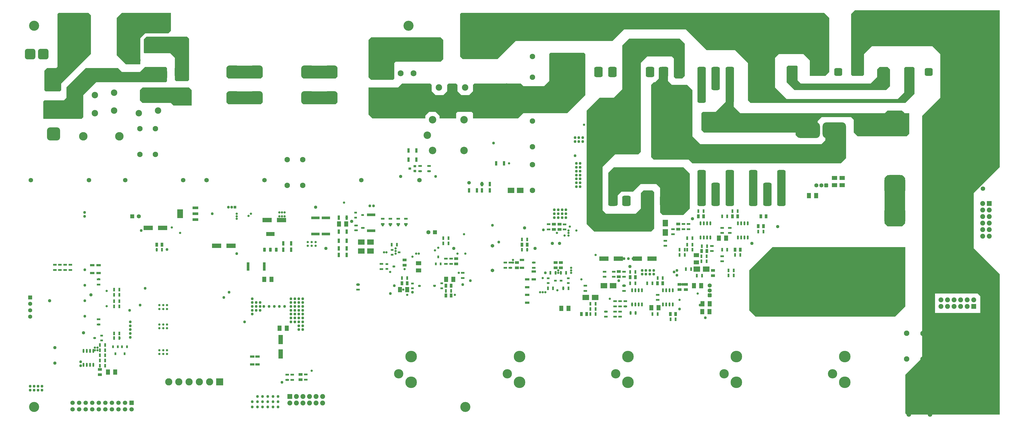
<source format=gbs>
G04*
G04 #@! TF.GenerationSoftware,Altium Limited,Altium Designer,20.2.6 (244)*
G04*
G04 Layer_Color=16711935*
%FSLAX24Y24*%
%MOIN*%
G70*
G04*
G04 #@! TF.SameCoordinates,8AECF8CF-BE68-462B-8B6A-8B8B687A0D7D*
G04*
G04*
G04 #@! TF.FilePolarity,Negative*
G04*
G01*
G75*
%ADD56C,0.0512*%
%ADD57R,0.0839X0.0639*%
%ADD58R,0.0531X0.0315*%
%ADD61R,0.0315X0.0531*%
%ADD62R,0.0639X0.0839*%
%ADD66R,0.0827X0.1004*%
%ADD67R,0.0276X0.0433*%
%ADD68R,0.0374X0.0669*%
%ADD69R,0.0669X0.0374*%
%ADD70R,0.0439X0.0639*%
%ADD72R,0.0639X0.0439*%
%ADD74R,0.0433X0.0276*%
%ADD77R,0.0394X0.0354*%
G04:AMPARAMS|DCode=83|XSize=29.5mil|YSize=51.2mil|CornerRadius=3.9mil|HoleSize=0mil|Usage=FLASHONLY|Rotation=270.000|XOffset=0mil|YOffset=0mil|HoleType=Round|Shape=RoundedRectangle|*
%AMROUNDEDRECTD83*
21,1,0.0295,0.0434,0,0,270.0*
21,1,0.0218,0.0512,0,0,270.0*
1,1,0.0078,-0.0217,-0.0109*
1,1,0.0078,-0.0217,0.0109*
1,1,0.0078,0.0217,0.0109*
1,1,0.0078,0.0217,-0.0109*
%
%ADD83ROUNDEDRECTD83*%
%ADD84O,0.0276X0.0610*%
%ADD86R,0.0669X0.1417*%
%ADD87R,0.0433X0.1299*%
%ADD88R,0.1299X0.0433*%
%ADD89R,0.0630X0.0630*%
%ADD90C,0.0630*%
%ADD91C,0.1102*%
%ADD92R,0.1102X0.1102*%
G04:AMPARAMS|DCode=93|XSize=555.1mil|YSize=129.9mil|CornerRadius=33.5mil|HoleSize=0mil|Usage=FLASHONLY|Rotation=270.000|XOffset=0mil|YOffset=0mil|HoleType=Round|Shape=RoundedRectangle|*
%AMROUNDEDRECTD93*
21,1,0.5551,0.0630,0,0,270.0*
21,1,0.4882,0.1299,0,0,270.0*
1,1,0.0669,-0.0315,-0.2441*
1,1,0.0669,-0.0315,0.2441*
1,1,0.0669,0.0315,0.2441*
1,1,0.0669,0.0315,-0.2441*
%
%ADD93ROUNDEDRECTD93*%
%ADD94C,0.1024*%
G04:AMPARAMS|DCode=95|XSize=358.3mil|YSize=129.9mil|CornerRadius=33.5mil|HoleSize=0mil|Usage=FLASHONLY|Rotation=270.000|XOffset=0mil|YOffset=0mil|HoleType=Round|Shape=RoundedRectangle|*
%AMROUNDEDRECTD95*
21,1,0.3583,0.0630,0,0,270.0*
21,1,0.2913,0.1299,0,0,270.0*
1,1,0.0669,-0.0315,-0.1457*
1,1,0.0669,-0.0315,0.1457*
1,1,0.0669,0.0315,0.1457*
1,1,0.0669,0.0315,-0.1457*
%
%ADD95ROUNDEDRECTD95*%
G04:AMPARAMS|DCode=96|XSize=358.3mil|YSize=240.2mil|CornerRadius=61mil|HoleSize=0mil|Usage=FLASHONLY|Rotation=180.000|XOffset=0mil|YOffset=0mil|HoleType=Round|Shape=RoundedRectangle|*
%AMROUNDEDRECTD96*
21,1,0.3583,0.1181,0,0,180.0*
21,1,0.2362,0.2402,0,0,180.0*
1,1,0.1220,-0.1181,0.0591*
1,1,0.1220,0.1181,0.0591*
1,1,0.1220,0.1181,-0.0591*
1,1,0.1220,-0.1181,-0.0591*
%
%ADD96ROUNDEDRECTD96*%
G04:AMPARAMS|DCode=97|XSize=63mil|YSize=63mil|CornerRadius=16.7mil|HoleSize=0mil|Usage=FLASHONLY|Rotation=180.000|XOffset=0mil|YOffset=0mil|HoleType=Round|Shape=RoundedRectangle|*
%AMROUNDEDRECTD97*
21,1,0.0630,0.0295,0,0,180.0*
21,1,0.0295,0.0630,0,0,180.0*
1,1,0.0335,-0.0148,0.0148*
1,1,0.0335,0.0148,0.0148*
1,1,0.0335,0.0148,-0.0148*
1,1,0.0335,-0.0148,-0.0148*
%
%ADD97ROUNDEDRECTD97*%
G04:AMPARAMS|DCode=98|XSize=63mil|YSize=63mil|CornerRadius=16.7mil|HoleSize=0mil|Usage=FLASHONLY|Rotation=90.000|XOffset=0mil|YOffset=0mil|HoleType=Round|Shape=RoundedRectangle|*
%AMROUNDEDRECTD98*
21,1,0.0630,0.0295,0,0,90.0*
21,1,0.0295,0.0630,0,0,90.0*
1,1,0.0335,0.0148,0.0148*
1,1,0.0335,0.0148,-0.0148*
1,1,0.0335,-0.0148,-0.0148*
1,1,0.0335,-0.0148,0.0148*
%
%ADD98ROUNDEDRECTD98*%
G04:AMPARAMS|DCode=99|XSize=358.3mil|YSize=240.2mil|CornerRadius=61mil|HoleSize=0mil|Usage=FLASHONLY|Rotation=90.000|XOffset=0mil|YOffset=0mil|HoleType=Round|Shape=RoundedRectangle|*
%AMROUNDEDRECTD99*
21,1,0.3583,0.1181,0,0,90.0*
21,1,0.2362,0.2402,0,0,90.0*
1,1,0.1220,0.0591,0.1181*
1,1,0.1220,0.0591,-0.1181*
1,1,0.1220,-0.0591,-0.1181*
1,1,0.1220,-0.0591,0.1181*
%
%ADD99ROUNDEDRECTD99*%
%ADD100C,0.1772*%
%ADD101C,0.1417*%
%ADD102C,0.1535*%
G04:AMPARAMS|DCode=103|XSize=200.8mil|YSize=200.8mil|CornerRadius=51.2mil|HoleSize=0mil|Usage=FLASHONLY|Rotation=90.000|XOffset=0mil|YOffset=0mil|HoleType=Round|Shape=RoundedRectangle|*
%AMROUNDEDRECTD103*
21,1,0.2008,0.0984,0,0,90.0*
21,1,0.0984,0.2008,0,0,90.0*
1,1,0.1024,0.0492,0.0492*
1,1,0.1024,0.0492,-0.0492*
1,1,0.1024,-0.0492,-0.0492*
1,1,0.1024,-0.0492,0.0492*
%
%ADD103ROUNDEDRECTD103*%
%ADD104C,0.0689*%
%ADD105C,0.1142*%
%ADD106R,0.0630X0.0630*%
%ADD107C,0.0827*%
%ADD108C,0.0669*%
%ADD109R,0.0669X0.0669*%
G04:AMPARAMS|DCode=110|XSize=200.8mil|YSize=200.8mil|CornerRadius=51.2mil|HoleSize=0mil|Usage=FLASHONLY|Rotation=0.000|XOffset=0mil|YOffset=0mil|HoleType=Round|Shape=RoundedRectangle|*
%AMROUNDEDRECTD110*
21,1,0.2008,0.0984,0,0,0.0*
21,1,0.0984,0.2008,0,0,0.0*
1,1,0.1024,0.0492,-0.0492*
1,1,0.1024,-0.0492,-0.0492*
1,1,0.1024,-0.0492,0.0492*
1,1,0.1024,0.0492,0.0492*
%
%ADD110ROUNDEDRECTD110*%
G04:AMPARAMS|DCode=111|XSize=318.9mil|YSize=318.9mil|CornerRadius=80.7mil|HoleSize=0mil|Usage=FLASHONLY|Rotation=90.000|XOffset=0mil|YOffset=0mil|HoleType=Round|Shape=RoundedRectangle|*
%AMROUNDEDRECTD111*
21,1,0.3189,0.1575,0,0,90.0*
21,1,0.1575,0.3189,0,0,90.0*
1,1,0.1614,0.0787,0.0787*
1,1,0.1614,0.0787,-0.0787*
1,1,0.1614,-0.0787,-0.0787*
1,1,0.1614,-0.0787,0.0787*
%
%ADD111ROUNDEDRECTD111*%
%ADD112C,0.0906*%
%ADD113C,0.0984*%
G04:AMPARAMS|DCode=114|XSize=161.4mil|YSize=161.4mil|CornerRadius=41.3mil|HoleSize=0mil|Usage=FLASHONLY|Rotation=180.000|XOffset=0mil|YOffset=0mil|HoleType=Round|Shape=RoundedRectangle|*
%AMROUNDEDRECTD114*
21,1,0.1614,0.0787,0,0,180.0*
21,1,0.0787,0.1614,0,0,180.0*
1,1,0.0827,-0.0394,0.0394*
1,1,0.0827,0.0394,0.0394*
1,1,0.0827,0.0394,-0.0394*
1,1,0.0827,-0.0394,-0.0394*
%
%ADD114ROUNDEDRECTD114*%
G04:AMPARAMS|DCode=115|XSize=161.4mil|YSize=129.9mil|CornerRadius=33.5mil|HoleSize=0mil|Usage=FLASHONLY|Rotation=90.000|XOffset=0mil|YOffset=0mil|HoleType=Round|Shape=RoundedRectangle|*
%AMROUNDEDRECTD115*
21,1,0.1614,0.0630,0,0,90.0*
21,1,0.0945,0.1299,0,0,90.0*
1,1,0.0669,0.0315,0.0472*
1,1,0.0669,0.0315,-0.0472*
1,1,0.0669,-0.0315,-0.0472*
1,1,0.0669,-0.0315,0.0472*
%
%ADD115ROUNDEDRECTD115*%
%ADD116C,0.0748*%
%ADD117R,0.0748X0.0748*%
%ADD118R,0.0748X0.0748*%
%ADD119C,0.1220*%
%ADD120C,0.1299*%
G04:AMPARAMS|DCode=121|XSize=122mil|YSize=122mil|CornerRadius=31.5mil|HoleSize=0mil|Usage=FLASHONLY|Rotation=0.000|XOffset=0mil|YOffset=0mil|HoleType=Round|Shape=RoundedRectangle|*
%AMROUNDEDRECTD121*
21,1,0.1220,0.0591,0,0,0.0*
21,1,0.0591,0.1220,0,0,0.0*
1,1,0.0630,0.0295,-0.0295*
1,1,0.0630,-0.0295,-0.0295*
1,1,0.0630,-0.0295,0.0295*
1,1,0.0630,0.0295,0.0295*
%
%ADD121ROUNDEDRECTD121*%
%ADD122C,0.0433*%
%ADD123R,0.0433X0.0433*%
%ADD124C,0.0354*%
%ADD125C,0.0539*%
%ADD171R,0.1417X0.0669*%
G04:AMPARAMS|DCode=172|XSize=39.4mil|YSize=61mil|CornerRadius=3.9mil|HoleSize=0mil|Usage=FLASHONLY|Rotation=0.000|XOffset=0mil|YOffset=0mil|HoleType=Round|Shape=RoundedRectangle|*
%AMROUNDEDRECTD172*
21,1,0.0394,0.0532,0,0,0.0*
21,1,0.0315,0.0610,0,0,0.0*
1,1,0.0078,0.0158,-0.0266*
1,1,0.0078,-0.0158,-0.0266*
1,1,0.0078,-0.0158,0.0266*
1,1,0.0078,0.0158,0.0266*
%
%ADD172ROUNDEDRECTD172*%
G04:AMPARAMS|DCode=173|XSize=128mil|YSize=61mil|CornerRadius=4mil|HoleSize=0mil|Usage=FLASHONLY|Rotation=0.000|XOffset=0mil|YOffset=0mil|HoleType=Round|Shape=RoundedRectangle|*
%AMROUNDEDRECTD173*
21,1,0.1280,0.0531,0,0,0.0*
21,1,0.1200,0.0610,0,0,0.0*
1,1,0.0079,0.0600,-0.0265*
1,1,0.0079,-0.0600,-0.0265*
1,1,0.0079,-0.0600,0.0265*
1,1,0.0079,0.0600,0.0265*
%
%ADD173ROUNDEDRECTD173*%
%ADD174R,0.1004X0.0827*%
%ADD175R,0.0886X0.0433*%
%ADD176R,0.0886X0.1319*%
G36*
X23228Y59843D02*
X22835Y59449D01*
Y59449D01*
X19291D01*
X18564Y58721D01*
Y54784D01*
X18504Y54724D01*
X16339D01*
X14961Y56102D01*
Y61811D01*
X15748Y62598D01*
X23228D01*
Y59843D01*
D02*
G37*
G36*
X22441Y54331D02*
X22638Y54134D01*
Y52756D01*
X22638Y52756D01*
X22638Y52756D01*
Y52165D01*
X22441Y51968D01*
X11811D01*
X9843Y50000D01*
Y46654D01*
X9584Y46395D01*
X3801D01*
X3740Y46457D01*
Y49016D01*
X3937Y49213D01*
X6890D01*
X7283Y49606D01*
Y51181D01*
X10236Y54134D01*
X15157D01*
X15748Y53543D01*
X18504D01*
X19291Y54331D01*
X22441D01*
Y54331D01*
D02*
G37*
G36*
X123622Y61811D02*
Y53543D01*
X123032Y52953D01*
X120669D01*
Y55315D01*
X119685Y56299D01*
X115945D01*
X115354Y55709D01*
Y51181D01*
X117126Y49409D01*
X134055D01*
X135039Y50394D01*
Y54134D01*
X135236Y54331D01*
Y54331D01*
X136417D01*
X136614Y54134D01*
Y50197D01*
X135236Y48819D01*
X111614D01*
X111220Y49213D01*
Y54921D01*
X109252Y56890D01*
X104921D01*
X101772Y60039D01*
X92323D01*
X90551Y58268D01*
X75787D01*
X73032Y55512D01*
X67717D01*
X67323Y55906D01*
Y62402D01*
X67520Y62598D01*
X122835D01*
X123622Y61811D01*
D02*
G37*
G36*
X101575Y57874D02*
Y52953D01*
X101181Y52559D01*
X100197D01*
X99937Y52819D01*
Y55575D01*
X99606Y55906D01*
X95866D01*
X94882Y54921D01*
Y41339D01*
X94488Y40945D01*
X90945D01*
X89039Y39039D01*
Y32417D01*
X89567Y31890D01*
X94094D01*
X94882Y32677D01*
Y35039D01*
X95276Y35433D01*
X96654D01*
X96913Y35173D01*
Y29591D01*
X96457Y29134D01*
Y29134D01*
X87795D01*
X86614Y30315D01*
Y47638D01*
X86811Y47835D01*
X88583Y49606D01*
X90748D01*
X92063Y50921D01*
Y57614D01*
X93110Y58661D01*
X100787D01*
X101575Y57874D01*
D02*
G37*
G36*
X48622Y54239D02*
X48627Y53543D01*
Y52853D01*
X48334Y52559D01*
X43399D01*
X43110Y52847D01*
Y54239D01*
X43399Y54528D01*
X48334D01*
X48622Y54239D01*
D02*
G37*
G36*
X37205D02*
X37210Y53543D01*
Y52853D01*
X36916Y52559D01*
X31981D01*
X31693Y52847D01*
Y54239D01*
X31981Y54528D01*
X36916D01*
X37205Y54239D01*
D02*
G37*
G36*
X64764Y58465D02*
Y55512D01*
X64370Y55118D01*
X57480D01*
X57283Y54921D01*
Y52559D01*
X57087Y52362D01*
X53740D01*
X53346Y52756D01*
Y58465D01*
X53740Y58858D01*
X64370D01*
X64764Y58465D01*
D02*
G37*
G36*
X25984Y58661D02*
Y52362D01*
X25787Y52165D01*
X24016D01*
X23819Y52362D01*
Y55709D01*
X23118Y56410D01*
X19181D01*
X19094Y56496D01*
Y58539D01*
X19500Y58944D01*
X25701Y58945D01*
X25984Y58661D01*
D02*
G37*
G36*
X86417Y56299D02*
Y50000D01*
X83661Y47244D01*
X76968D01*
X76181Y46457D01*
X69291D01*
Y47244D01*
X69094Y47441D01*
X66929D01*
X66732Y47244D01*
Y46457D01*
X64173D01*
Y46850D01*
X63583Y47441D01*
X62598D01*
X62008Y46850D01*
Y46457D01*
X53937D01*
X53346Y47047D01*
Y51181D01*
X57874D01*
X58465Y51772D01*
X62795D01*
X62992Y51575D01*
Y50591D01*
X63583Y50000D01*
X64764D01*
X65354Y50591D01*
Y51575D01*
X65551Y51772D01*
X66732D01*
X66929Y51575D01*
Y50591D01*
X67520Y50000D01*
X68701D01*
X69291Y50591D01*
Y51575D01*
X69488Y51772D01*
X76575D01*
X76968Y51378D01*
X80118D01*
X80906Y52165D01*
Y56299D01*
X81102Y56496D01*
X86220D01*
X86417Y56299D01*
D02*
G37*
G36*
X118799Y54429D02*
Y52264D01*
X119291Y51772D01*
X129921D01*
X130906Y52756D01*
Y53937D01*
X131299Y54331D01*
X132480D01*
X132874Y53937D01*
Y51378D01*
X132283Y50787D01*
X118307D01*
X117126Y51968D01*
Y54331D01*
X117323Y54528D01*
X118701D01*
X118799Y54429D01*
D02*
G37*
G36*
X11024Y62205D02*
Y56299D01*
X6496Y51772D01*
Y50787D01*
X6299Y50591D01*
X6102D01*
X5906Y50591D01*
X4134D01*
X3937Y50787D01*
Y53740D01*
X4331Y54134D01*
X5709D01*
X5906Y54331D01*
Y62402D01*
X6102Y62598D01*
X10630D01*
X11024Y62205D01*
D02*
G37*
G36*
X48622Y50302D02*
X48627Y49606D01*
Y48916D01*
X48334Y48622D01*
X43399D01*
X43110Y48910D01*
Y50302D01*
X43399Y50591D01*
X48334D01*
X48622Y50302D01*
D02*
G37*
G36*
X37205D02*
X37210Y49606D01*
Y48916D01*
X36916Y48622D01*
X31981D01*
X31693Y48910D01*
Y50302D01*
X31981Y50591D01*
X36916D01*
X37205Y50302D01*
D02*
G37*
G36*
X26378Y50787D02*
Y48425D01*
X23622D01*
X23228Y48819D01*
X18898D01*
X18504Y49213D01*
Y50787D01*
X18504D01*
X18898Y51181D01*
X25984D01*
X26378Y50787D01*
D02*
G37*
G36*
X109071Y54146D02*
Y48244D01*
X110071Y47244D01*
X132087D01*
X132480Y47638D01*
X134736D01*
X135129Y47244D01*
X135827D01*
Y44094D01*
X135433Y43701D01*
X127953D01*
X127362Y44291D01*
Y46260D01*
X126968Y46654D01*
X122441D01*
X121850Y46063D01*
X121850Y43504D01*
X118898D01*
X118504Y43898D01*
Y44291D01*
X104528D01*
X104134Y44685D01*
Y47244D01*
X104331Y47441D01*
X106299D01*
X107811Y48953D01*
Y54146D01*
X107996Y54331D01*
X108886D01*
X109071Y54146D01*
D02*
G37*
G36*
X99016Y54134D02*
Y52165D01*
X99606Y51575D01*
X101968D01*
X102756Y50787D01*
Y43701D01*
X103937Y42520D01*
X122441D01*
X123032Y43110D01*
Y44685D01*
X123425Y45079D01*
X125984D01*
X126181Y44882D01*
Y40354D01*
X125394Y39567D01*
X102756D01*
X102165Y40157D01*
X96850D01*
X96457Y40551D01*
Y51575D01*
X96850Y51968D01*
X97047D01*
X97638Y52559D01*
Y54134D01*
X97835Y54331D01*
X98819D01*
X99016Y54134D01*
D02*
G37*
G36*
X102362Y37992D02*
Y32677D01*
X101378Y31693D01*
X98228D01*
X97835Y32087D01*
Y35827D01*
X97244Y36417D01*
X94882D01*
X93701Y35236D01*
X91929D01*
X91339Y34646D01*
Y33268D01*
X91142Y33071D01*
X90157D01*
X89921Y33307D01*
Y38150D01*
X90748Y38976D01*
X101378D01*
X102362Y37992D01*
D02*
G37*
G36*
X135197Y37334D02*
Y30422D01*
X134736Y29961D01*
X132508D01*
X132047Y30422D01*
Y37334D01*
X132508Y37795D01*
X134736D01*
X135197Y37334D01*
D02*
G37*
G36*
X135236Y17717D02*
X133661Y16142D01*
X112402D01*
X111417Y17126D01*
Y23228D01*
X114961Y26772D01*
X135236D01*
Y17717D01*
D02*
G37*
G36*
X149606Y38976D02*
X145669Y35039D01*
Y26575D01*
X149606Y22638D01*
Y1181D01*
X135433D01*
X135236Y1378D01*
Y7283D01*
X137795Y9843D01*
Y46850D01*
X140551Y49606D01*
Y56299D01*
X139370Y57480D01*
X130118D01*
X128937Y56299D01*
Y53150D01*
X128740Y52953D01*
X127165D01*
X126968Y53150D01*
Y62402D01*
X127559Y62992D01*
X149606D01*
Y38976D01*
D02*
G37*
%LPC*%
G36*
X146260Y19685D02*
X139764D01*
Y16732D01*
X146654D01*
Y19291D01*
X146260Y19685D01*
D02*
G37*
%LPD*%
D56*
X5512Y9055D02*
D03*
Y11417D02*
D03*
X9904Y13685D02*
D03*
X4724Y18580D02*
D03*
X11024Y19488D02*
D03*
X115748Y29921D02*
D03*
X111811Y27362D02*
D03*
X102756Y31102D02*
D03*
X93233Y23809D02*
D03*
X66339Y26575D02*
D03*
X81387Y27362D02*
D03*
X82480D02*
D03*
X77165Y29724D02*
D03*
X78740Y26575D02*
D03*
X45276Y32874D02*
D03*
X46850Y26575D02*
D03*
X50787Y30709D02*
D03*
X58268Y37598D02*
D03*
D57*
X103346Y25550D02*
D03*
Y24450D02*
D03*
X61001Y23222D02*
D03*
Y24322D02*
D03*
X125591Y37361D02*
D03*
Y36261D02*
D03*
X124409Y37361D02*
D03*
Y36261D02*
D03*
D58*
X107283Y29724D02*
D03*
Y28937D02*
D03*
X51772Y20276D02*
D03*
Y21063D02*
D03*
X12205D02*
D03*
Y21850D02*
D03*
X65157Y24213D02*
D03*
Y25000D02*
D03*
X59055Y30315D02*
D03*
Y31102D02*
D03*
X65945Y24213D02*
D03*
Y25000D02*
D03*
X57874Y30315D02*
D03*
Y31102D02*
D03*
X55512D02*
D03*
Y30315D02*
D03*
X67717Y22835D02*
D03*
Y22047D02*
D03*
X55315Y24213D02*
D03*
Y23425D02*
D03*
X56693Y30315D02*
D03*
Y31102D02*
D03*
X12205Y14961D02*
D03*
Y15748D02*
D03*
X6299Y23287D02*
D03*
Y24075D02*
D03*
X5512D02*
D03*
Y23287D02*
D03*
X7087Y24075D02*
D03*
Y23287D02*
D03*
X7874Y24075D02*
D03*
Y23287D02*
D03*
X98622Y27756D02*
D03*
Y26969D02*
D03*
X91732Y17717D02*
D03*
Y18504D02*
D03*
X90945Y17717D02*
D03*
Y18504D02*
D03*
X89567Y16929D02*
D03*
Y16142D02*
D03*
X89370Y23031D02*
D03*
Y22244D02*
D03*
X99803Y28740D02*
D03*
Y29528D02*
D03*
X107283Y25394D02*
D03*
Y24606D02*
D03*
X108465Y29724D02*
D03*
Y28937D02*
D03*
X78543Y23622D02*
D03*
Y24409D02*
D03*
X83263Y29476D02*
D03*
Y30264D02*
D03*
X80815Y29491D02*
D03*
Y30278D02*
D03*
X75000Y23622D02*
D03*
Y24409D02*
D03*
X74213D02*
D03*
Y23622D02*
D03*
X40945Y6496D02*
D03*
Y7283D02*
D03*
X62598Y39173D02*
D03*
Y38386D02*
D03*
X105717Y26173D02*
D03*
Y26960D02*
D03*
X101378Y30315D02*
D03*
Y29528D02*
D03*
X102165Y30315D02*
D03*
Y29528D02*
D03*
X92520Y17717D02*
D03*
Y18504D02*
D03*
X41732Y7283D02*
D03*
Y6496D02*
D03*
X43786Y6516D02*
D03*
Y7303D02*
D03*
X90945Y16142D02*
D03*
Y16929D02*
D03*
X91732Y16142D02*
D03*
Y16929D02*
D03*
X97441Y18701D02*
D03*
Y19488D02*
D03*
X61220Y38386D02*
D03*
Y39173D02*
D03*
X90748Y22244D02*
D03*
Y23031D02*
D03*
X92323Y20866D02*
D03*
Y20079D02*
D03*
X86417Y20866D02*
D03*
Y20079D02*
D03*
X92323Y23031D02*
D03*
Y22244D02*
D03*
D61*
X14567Y12875D02*
D03*
X15354D02*
D03*
Y13583D02*
D03*
X14567D02*
D03*
X12402Y8661D02*
D03*
X13189D02*
D03*
Y9449D02*
D03*
X12402D02*
D03*
X12402Y10236D02*
D03*
X13189D02*
D03*
X13189Y11024D02*
D03*
X12402D02*
D03*
X13189Y11811D02*
D03*
X12402D02*
D03*
X107283Y26378D02*
D03*
X108071D02*
D03*
X65551Y27362D02*
D03*
X64764D02*
D03*
Y28150D02*
D03*
X65551D02*
D03*
X56890Y27165D02*
D03*
X57677D02*
D03*
X65945Y20079D02*
D03*
X65157D02*
D03*
X58465Y22047D02*
D03*
X59252D02*
D03*
X14567Y19488D02*
D03*
X15354D02*
D03*
X14567Y20276D02*
D03*
X15354D02*
D03*
Y17717D02*
D03*
X14567D02*
D03*
X15354Y18504D02*
D03*
X14567D02*
D03*
X21850Y26378D02*
D03*
X21063D02*
D03*
X96654Y16535D02*
D03*
X97441D02*
D03*
X112795Y29134D02*
D03*
X113583D02*
D03*
X94094Y16732D02*
D03*
X93307D02*
D03*
X94041Y21260D02*
D03*
X93254D02*
D03*
X102559Y23425D02*
D03*
X101772D02*
D03*
X103426Y22408D02*
D03*
X104213D02*
D03*
X104448Y32283D02*
D03*
X103661D02*
D03*
X107283Y31496D02*
D03*
X108071D02*
D03*
X110039Y25591D02*
D03*
X109252D02*
D03*
X108858Y32283D02*
D03*
X109646D02*
D03*
X82693Y22835D02*
D03*
X83480D02*
D03*
X83065Y20472D02*
D03*
X83852D02*
D03*
X81496D02*
D03*
X80709D02*
D03*
X81890Y22835D02*
D03*
X81102D02*
D03*
X76772Y26378D02*
D03*
X77559D02*
D03*
X77559Y27953D02*
D03*
X76772D02*
D03*
X93254Y22997D02*
D03*
X94041D02*
D03*
X108268Y22441D02*
D03*
X109055D02*
D03*
Y23228D02*
D03*
X108268D02*
D03*
X104196Y26923D02*
D03*
X104983D02*
D03*
X104134Y24606D02*
D03*
X104921D02*
D03*
X104134Y25394D02*
D03*
X104921D02*
D03*
X102756Y28150D02*
D03*
X101968D02*
D03*
X100787Y26378D02*
D03*
X101575D02*
D03*
X102756Y27165D02*
D03*
X101968D02*
D03*
X102756Y26378D02*
D03*
X101968D02*
D03*
X95866Y21260D02*
D03*
X96654D02*
D03*
X99409Y15748D02*
D03*
X100197D02*
D03*
X87992Y17323D02*
D03*
X87205D02*
D03*
X87992Y16535D02*
D03*
X87205D02*
D03*
X87992Y18110D02*
D03*
X87205D02*
D03*
X98228Y22047D02*
D03*
X97441D02*
D03*
X100787Y25591D02*
D03*
X101575D02*
D03*
D62*
X13623Y7677D02*
D03*
X14723D02*
D03*
X121613Y34646D02*
D03*
X120513D02*
D03*
X104277Y18121D02*
D03*
X105377D02*
D03*
X104259Y16908D02*
D03*
X105359D02*
D03*
X82748Y17416D02*
D03*
X83848D02*
D03*
X38542Y21850D02*
D03*
X37442D02*
D03*
X107874Y28150D02*
D03*
X106774D02*
D03*
X97597Y17520D02*
D03*
X96497D02*
D03*
X65198Y21850D02*
D03*
X66298D02*
D03*
X59270Y20276D02*
D03*
X58170D02*
D03*
X102993Y20866D02*
D03*
X104093D02*
D03*
X39804Y14370D02*
D03*
X40904D02*
D03*
X48859Y30315D02*
D03*
X49959D02*
D03*
D66*
X98622Y30433D02*
D03*
Y29016D02*
D03*
D67*
X14764Y10482D02*
D03*
X15138Y11565D02*
D03*
X14390D02*
D03*
X16142Y10482D02*
D03*
X16516Y11565D02*
D03*
X15768D02*
D03*
X63980Y25293D02*
D03*
X63606Y24210D02*
D03*
X64355D02*
D03*
D68*
X41545Y26378D02*
D03*
X40344D02*
D03*
Y27362D02*
D03*
X41545D02*
D03*
X70659Y36417D02*
D03*
X71860D02*
D03*
Y35433D02*
D03*
X70659D02*
D03*
X69892D02*
D03*
X68691D02*
D03*
X48809Y27756D02*
D03*
X50010D02*
D03*
X59439Y41535D02*
D03*
X60640D02*
D03*
X50010Y26575D02*
D03*
X48809D02*
D03*
X74026Y39567D02*
D03*
X72825D02*
D03*
X48809Y31299D02*
D03*
X50010D02*
D03*
X48809Y25591D02*
D03*
X50010D02*
D03*
Y29134D02*
D03*
X48809D02*
D03*
X60640Y40157D02*
D03*
X59439D02*
D03*
D69*
X12205Y22825D02*
D03*
Y24026D02*
D03*
X11220Y22825D02*
D03*
Y24026D02*
D03*
X78543Y23041D02*
D03*
Y21841D02*
D03*
X77559Y21860D02*
D03*
Y20659D02*
D03*
Y19498D02*
D03*
Y18297D02*
D03*
X76772Y24813D02*
D03*
Y23612D02*
D03*
X36417Y10049D02*
D03*
Y8848D02*
D03*
X35630Y8858D02*
D03*
Y10059D02*
D03*
D70*
X86620Y16535D02*
D03*
X85820D02*
D03*
X65948Y19373D02*
D03*
X65148D02*
D03*
X65151Y20866D02*
D03*
X65951D02*
D03*
X59258Y21260D02*
D03*
X58458D02*
D03*
X21057Y27165D02*
D03*
X21857D02*
D03*
X104454Y31487D02*
D03*
X103654D02*
D03*
X109246Y26378D02*
D03*
X110046D02*
D03*
X109652Y31496D02*
D03*
X108852D02*
D03*
X113595Y29971D02*
D03*
X112795D02*
D03*
X113983Y31496D02*
D03*
X113183D02*
D03*
X77565Y27165D02*
D03*
X76765D02*
D03*
X104170Y26181D02*
D03*
X104970D02*
D03*
X93247Y22169D02*
D03*
X94047D02*
D03*
X97435Y21260D02*
D03*
X98235D02*
D03*
X100203Y16535D02*
D03*
X99403D02*
D03*
D72*
X12402Y8077D02*
D03*
Y7277D02*
D03*
X66732Y24206D02*
D03*
Y25006D02*
D03*
X58858Y24009D02*
D03*
Y24809D02*
D03*
X81890Y23616D02*
D03*
Y24416D02*
D03*
X82677Y23616D02*
D03*
Y24416D02*
D03*
X82480Y29471D02*
D03*
Y30271D02*
D03*
X81611Y29474D02*
D03*
Y30274D02*
D03*
X75984Y24416D02*
D03*
Y23616D02*
D03*
X42998Y7309D02*
D03*
Y6509D02*
D03*
X100591Y29521D02*
D03*
Y30321D02*
D03*
X91535Y22238D02*
D03*
Y23038D02*
D03*
X105885Y22407D02*
D03*
Y23207D02*
D03*
X100787Y20269D02*
D03*
Y21069D02*
D03*
X101772Y20276D02*
D03*
Y21076D02*
D03*
D74*
X12671Y13248D02*
D03*
Y12500D02*
D03*
X11588Y12874D02*
D03*
X64518Y21240D02*
D03*
Y20492D02*
D03*
X63435Y20866D02*
D03*
X56939Y25610D02*
D03*
Y26358D02*
D03*
X58022Y25984D02*
D03*
X56152Y23445D02*
D03*
Y24193D02*
D03*
X57234Y23819D02*
D03*
X60039Y20472D02*
D03*
Y21220D02*
D03*
X61122Y20846D02*
D03*
X82726Y21654D02*
D03*
X83809Y21280D02*
D03*
Y22028D02*
D03*
X81841Y21654D02*
D03*
X80758Y22028D02*
D03*
Y21280D02*
D03*
X51378Y31299D02*
D03*
Y32047D02*
D03*
X52461Y31673D02*
D03*
D77*
X59646Y38780D02*
D03*
X60433Y38406D02*
D03*
Y39154D02*
D03*
D83*
X52480Y29724D02*
D03*
X51457Y30098D02*
D03*
Y29350D02*
D03*
D84*
X103974Y30404D02*
D03*
X104474D02*
D03*
X104974D02*
D03*
X105474D02*
D03*
X103974Y28258D02*
D03*
X104474D02*
D03*
X104974D02*
D03*
X105474D02*
D03*
X11380Y8770D02*
D03*
X10880D02*
D03*
X10380D02*
D03*
X9880D02*
D03*
X11380Y10915D02*
D03*
X10880D02*
D03*
X10380D02*
D03*
X9880D02*
D03*
X109683Y30404D02*
D03*
X110183D02*
D03*
X110683D02*
D03*
X111183D02*
D03*
X109683Y28258D02*
D03*
X110183D02*
D03*
X110683D02*
D03*
X111183D02*
D03*
X95041Y18022D02*
D03*
X94541D02*
D03*
X94041D02*
D03*
X93541D02*
D03*
X95041Y20167D02*
D03*
X94541D02*
D03*
X94041D02*
D03*
X93541D02*
D03*
X99766Y18022D02*
D03*
X99266D02*
D03*
X98766D02*
D03*
X98266D02*
D03*
X99766Y20167D02*
D03*
X99266D02*
D03*
X98766D02*
D03*
X98266D02*
D03*
D86*
X39961Y12638D02*
D03*
Y10433D02*
D03*
D87*
X35000Y23819D02*
D03*
X37441D02*
D03*
D88*
X45270Y31238D02*
D03*
Y28797D02*
D03*
X53740Y29291D02*
D03*
Y31732D02*
D03*
X46850Y31238D02*
D03*
Y28797D02*
D03*
D89*
X1772Y19094D02*
D03*
D90*
Y18110D02*
D03*
Y17126D02*
D03*
Y16142D02*
D03*
X121654Y36220D02*
D03*
X122406D02*
D03*
X105394Y20157D02*
D03*
Y20909D02*
D03*
X62492Y29055D02*
D03*
X18307Y31496D02*
D03*
D91*
X22874Y6191D02*
D03*
X24433D02*
D03*
X25992D02*
D03*
X27551D02*
D03*
X29110D02*
D03*
D92*
X30669D02*
D03*
D93*
X116315Y35827D02*
D03*
X112031D02*
D03*
X108441Y51575D02*
D03*
X104157D02*
D03*
X108441Y35827D02*
D03*
X104157D02*
D03*
D94*
X112031Y33858D02*
D03*
X116315Y37795D02*
D03*
Y33858D02*
D03*
X114173Y35827D02*
D03*
Y33858D02*
D03*
X112031Y37795D02*
D03*
X108441Y49606D02*
D03*
X106299Y53543D02*
D03*
Y51575D02*
D03*
X104157Y53543D02*
D03*
Y49606D02*
D03*
X108441Y53543D02*
D03*
X104157Y33858D02*
D03*
X108441Y37795D02*
D03*
Y33858D02*
D03*
X106299Y35827D02*
D03*
Y33858D02*
D03*
X104157Y37795D02*
D03*
D95*
X114173Y34843D02*
D03*
X106299Y52559D02*
D03*
Y34843D02*
D03*
D96*
X120437Y44646D02*
D03*
X124374D02*
D03*
D97*
X123157Y36220D02*
D03*
D98*
X105394Y19406D02*
D03*
D99*
X113819Y18189D02*
D03*
Y22126D02*
D03*
D100*
X92913Y10039D02*
D03*
Y6102D02*
D03*
X59843Y10039D02*
D03*
Y6102D02*
D03*
X125984D02*
D03*
Y10039D02*
D03*
X109449Y6102D02*
D03*
Y10039D02*
D03*
X76378Y6102D02*
D03*
Y10039D02*
D03*
D101*
X91043Y7402D02*
D03*
X57972D02*
D03*
X124114D02*
D03*
X107579D02*
D03*
X74508D02*
D03*
D102*
X147244Y60630D02*
D03*
X68110Y2362D02*
D03*
X59449Y60630D02*
D03*
X147244Y2362D02*
D03*
X2362Y60630D02*
D03*
Y2362D02*
D03*
D103*
X144291Y6496D02*
D03*
Y10246D02*
D03*
X5315Y47825D02*
D03*
Y44075D02*
D03*
Y51575D02*
D03*
D104*
X52264Y37008D02*
D03*
X61122D02*
D03*
X1870D02*
D03*
X10728D02*
D03*
X37500D02*
D03*
X28642D02*
D03*
X147047Y44587D02*
D03*
Y35728D02*
D03*
Y47343D02*
D03*
Y56201D02*
D03*
X74409Y60335D02*
D03*
Y51476D02*
D03*
X16240Y37008D02*
D03*
X25098D02*
D03*
X138976Y1181D02*
D03*
Y7087D02*
D03*
X135748D02*
D03*
Y1181D02*
D03*
D105*
X62323Y43898D02*
D03*
X63110Y46260D02*
D03*
Y41535D02*
D03*
X67913D02*
D03*
Y46260D02*
D03*
D106*
X63492Y29055D02*
D03*
X17307Y31496D02*
D03*
D107*
X78346Y39370D02*
D03*
Y35433D02*
D03*
X20866Y40945D02*
D03*
Y44882D02*
D03*
X43307Y36220D02*
D03*
Y40157D02*
D03*
X78346Y42126D02*
D03*
Y46063D02*
D03*
X78346Y55906D02*
D03*
Y59843D02*
D03*
X18504Y40945D02*
D03*
Y44882D02*
D03*
X40945Y40157D02*
D03*
Y36220D02*
D03*
X78346Y48819D02*
D03*
Y52756D02*
D03*
X137913Y9646D02*
D03*
Y13583D02*
D03*
X135433Y9685D02*
D03*
Y13622D02*
D03*
D108*
X11236Y1969D02*
D03*
Y2968D02*
D03*
X12236Y1969D02*
D03*
X13236D02*
D03*
X12236Y2968D02*
D03*
X13236D02*
D03*
X14236Y1969D02*
D03*
Y2968D02*
D03*
X15236Y1969D02*
D03*
Y2968D02*
D03*
X16236Y1969D02*
D03*
Y2968D02*
D03*
X17236Y1969D02*
D03*
X10236Y2968D02*
D03*
X9236D02*
D03*
X8236D02*
D03*
X10236Y1969D02*
D03*
X9236D02*
D03*
X8236D02*
D03*
D109*
X17236Y2968D02*
D03*
D110*
X47638Y49606D02*
D03*
X55512D02*
D03*
Y53543D02*
D03*
X47638D02*
D03*
X24803D02*
D03*
X32677D02*
D03*
Y49606D02*
D03*
X24803D02*
D03*
X36220D02*
D03*
X44094D02*
D03*
Y53543D02*
D03*
X36220D02*
D03*
D111*
X133622Y46063D02*
D03*
Y36220D02*
D03*
Y21693D02*
D03*
Y31535D02*
D03*
D112*
X60236Y50000D02*
D03*
X58268D02*
D03*
X60236Y53346D02*
D03*
X58268D02*
D03*
D113*
X68087Y51177D02*
D03*
X64087D02*
D03*
X21260Y47638D02*
D03*
X18307Y47244D02*
D03*
X14567Y47638D02*
D03*
X11614Y47244D02*
D03*
Y50000D02*
D03*
X14567Y50394D02*
D03*
D114*
X69587Y60177D02*
D03*
Y57177D02*
D03*
X62587Y56177D02*
D03*
X3740Y56299D02*
D03*
X1772D02*
D03*
X19882Y60630D02*
D03*
X21850D02*
D03*
X19882Y57480D02*
D03*
X21850D02*
D03*
X21850Y50000D02*
D03*
X19882D02*
D03*
X21850Y53150D02*
D03*
X19882D02*
D03*
D115*
X96283Y53543D02*
D03*
X98425D02*
D03*
X100567D02*
D03*
X88409D02*
D03*
X90551D02*
D03*
X92693D02*
D03*
Y33858D02*
D03*
X90551D02*
D03*
X88409D02*
D03*
X100567D02*
D03*
X98425D02*
D03*
X96283D02*
D03*
D116*
X147031Y30465D02*
D03*
X148032D02*
D03*
X147031Y31465D02*
D03*
X148032D02*
D03*
X147031Y33465D02*
D03*
X148032Y32465D02*
D03*
X147031D02*
D03*
X148032Y29465D02*
D03*
Y28465D02*
D03*
X147031Y29465D02*
D03*
Y28465D02*
D03*
X44339Y2937D02*
D03*
Y3937D02*
D03*
X43339Y2937D02*
D03*
Y3937D02*
D03*
X41339Y2937D02*
D03*
X42339Y3937D02*
D03*
Y2937D02*
D03*
X45339Y3937D02*
D03*
X46339D02*
D03*
X45339Y2937D02*
D03*
X46339D02*
D03*
X142669Y18717D02*
D03*
Y17717D02*
D03*
X143669Y18717D02*
D03*
Y17717D02*
D03*
X145669Y18717D02*
D03*
X144669Y17717D02*
D03*
Y18717D02*
D03*
X141669Y17717D02*
D03*
X140669D02*
D03*
X141669Y18717D02*
D03*
X140669D02*
D03*
X142669Y14780D02*
D03*
Y13780D02*
D03*
X143669Y14780D02*
D03*
Y13780D02*
D03*
X145669Y14780D02*
D03*
X144669Y13780D02*
D03*
Y14780D02*
D03*
X141669Y13780D02*
D03*
X140669D02*
D03*
X141669Y14780D02*
D03*
X140669D02*
D03*
D117*
X148032Y33465D02*
D03*
D118*
X41339Y3937D02*
D03*
X145669Y17717D02*
D03*
Y13780D02*
D03*
D119*
X9115Y59548D02*
D03*
X17973D02*
D03*
X9115Y55348D02*
D03*
X17973D02*
D03*
D120*
X9843Y43701D02*
D03*
X15354D02*
D03*
D121*
X127953Y53543D02*
D03*
X125000D02*
D03*
X122047D02*
D03*
X118110D02*
D03*
X141732D02*
D03*
X138780D02*
D03*
X135827D02*
D03*
X131890D02*
D03*
D122*
X31980Y32874D02*
D03*
X32480D02*
D03*
X5512Y9055D02*
D03*
Y11417D02*
D03*
X4724Y18580D02*
D03*
X33268Y25787D02*
D03*
X18523Y17916D02*
D03*
X36417Y3937D02*
D03*
X37205D02*
D03*
X39567D02*
D03*
X38780D02*
D03*
X37992D02*
D03*
X16929Y17126D02*
D03*
X19291Y20472D02*
D03*
X50010Y31299D02*
D03*
X54134Y33071D02*
D03*
X53543D02*
D03*
X32087Y19882D02*
D03*
X100394Y23228D02*
D03*
Y22480D02*
D03*
X101280Y21072D02*
D03*
X99960Y22976D02*
D03*
X84843Y40748D02*
D03*
X80315Y22835D02*
D03*
X22638Y26417D02*
D03*
X35630Y18898D02*
D03*
X18701Y29331D02*
D03*
X17028Y15354D02*
D03*
X31299Y19094D02*
D03*
X17028Y13583D02*
D03*
Y12992D02*
D03*
Y14764D02*
D03*
Y14173D02*
D03*
X56693Y19685D02*
D03*
X57283Y20866D02*
D03*
X68898Y21654D02*
D03*
X67717Y21063D02*
D03*
X73228Y27559D02*
D03*
X85039Y37795D02*
D03*
Y38386D02*
D03*
Y39567D02*
D03*
Y37205D02*
D03*
Y38976D02*
D03*
X84843Y42913D02*
D03*
X85433Y43504D02*
D03*
Y42913D02*
D03*
X89764Y44285D02*
D03*
X85039Y36024D02*
D03*
X36220Y17126D02*
D03*
X35630Y16535D02*
D03*
X39764Y17717D02*
D03*
X42717Y15354D02*
D03*
X26939Y32795D02*
D03*
X10039Y32087D02*
D03*
Y31496D02*
D03*
X1772Y4921D02*
D03*
X2362D02*
D03*
X2953D02*
D03*
X3543D02*
D03*
Y5512D02*
D03*
X2953D02*
D03*
X2362D02*
D03*
X1772D02*
D03*
X34449Y15354D02*
D03*
X38780Y3150D02*
D03*
X39567D02*
D03*
Y2362D02*
D03*
X38780D02*
D03*
X35630Y2362D02*
D03*
X36417D02*
D03*
X37205D02*
D03*
X37992D02*
D03*
Y3150D02*
D03*
X37205D02*
D03*
X36417D02*
D03*
X35630D02*
D03*
X40551Y17717D02*
D03*
X38976D02*
D03*
X38189D02*
D03*
X37402D02*
D03*
X36811Y18307D02*
D03*
Y17717D02*
D03*
Y17126D02*
D03*
X36220Y17717D02*
D03*
Y18307D02*
D03*
X35630Y17126D02*
D03*
Y17717D02*
D03*
Y18307D02*
D03*
X41535Y15354D02*
D03*
X42126D02*
D03*
Y15945D02*
D03*
X41535D02*
D03*
Y16535D02*
D03*
X42126D02*
D03*
Y17126D02*
D03*
X41535D02*
D03*
Y17717D02*
D03*
X42126D02*
D03*
Y18307D02*
D03*
X41535D02*
D03*
Y18898D02*
D03*
X42126D02*
D03*
X42717D02*
D03*
Y18307D02*
D03*
Y17717D02*
D03*
Y17126D02*
D03*
Y16535D02*
D03*
Y15945D02*
D03*
Y14764D02*
D03*
Y14173D02*
D03*
X43307D02*
D03*
Y14764D02*
D03*
Y15354D02*
D03*
Y15945D02*
D03*
Y16535D02*
D03*
Y17126D02*
D03*
Y17717D02*
D03*
Y18307D02*
D03*
Y18898D02*
D03*
X29528Y31896D02*
D03*
X72417Y42685D02*
D03*
X37874Y30906D02*
D03*
X38386Y28799D02*
D03*
X88583Y47041D02*
D03*
X100787Y17323D02*
D03*
X103937Y17904D02*
D03*
X93898Y46104D02*
D03*
X91339Y42520D02*
D03*
Y43110D02*
D03*
X88976Y44285D02*
D03*
X60039Y19882D02*
D03*
X91535Y21654D02*
D03*
X80038Y29402D02*
D03*
X9449Y8661D02*
D03*
Y9252D02*
D03*
X104724Y15977D02*
D03*
X63583Y37598D02*
D03*
X40157Y6102D02*
D03*
X96497Y17520D02*
D03*
X85630Y36024D02*
D03*
X85039Y36614D02*
D03*
X85630D02*
D03*
Y37205D02*
D03*
Y37795D02*
D03*
Y38386D02*
D03*
Y38976D02*
D03*
Y39567D02*
D03*
X84843Y43504D02*
D03*
X86024Y42913D02*
D03*
Y43504D02*
D03*
X95079Y22638D02*
D03*
X92333Y20866D02*
D03*
X92992Y25000D02*
D03*
X92323D02*
D03*
X93701D02*
D03*
X95669Y22638D02*
D03*
X95079Y23228D02*
D03*
X95669D02*
D03*
X96260Y22638D02*
D03*
X96850D02*
D03*
Y23228D02*
D03*
X96260D02*
D03*
X83465Y31299D02*
D03*
X82874D02*
D03*
X82283D02*
D03*
X81693D02*
D03*
X83465Y32480D02*
D03*
Y31890D02*
D03*
X82874D02*
D03*
Y32480D02*
D03*
X82283D02*
D03*
Y31890D02*
D03*
X81693D02*
D03*
Y32480D02*
D03*
X26939Y31890D02*
D03*
X51772Y21063D02*
D03*
X61001Y24336D02*
D03*
X97597Y17520D02*
D03*
X83465Y51968D02*
D03*
X83858Y50787D02*
D03*
X83071D02*
D03*
X85039Y50000D02*
D03*
X84252Y49606D02*
D03*
X83465D02*
D03*
X82677D02*
D03*
X81890Y50000D02*
D03*
X85433Y50787D02*
D03*
Y51575D02*
D03*
Y52362D02*
D03*
X84646Y50787D02*
D03*
Y51575D02*
D03*
Y52362D02*
D03*
X81496Y50787D02*
D03*
X82283D02*
D03*
Y51575D02*
D03*
Y52362D02*
D03*
X81496Y51575D02*
D03*
Y52362D02*
D03*
Y53150D02*
D03*
X82283D02*
D03*
X83071D02*
D03*
X83858D02*
D03*
X84646D02*
D03*
X85433D02*
D03*
Y53937D02*
D03*
X84646D02*
D03*
X83858D02*
D03*
X83071D02*
D03*
X82283D02*
D03*
X81496D02*
D03*
Y54724D02*
D03*
X82283D02*
D03*
X83071D02*
D03*
X83858D02*
D03*
X84646D02*
D03*
X85433D02*
D03*
Y55512D02*
D03*
X84646D02*
D03*
X83858D02*
D03*
X83071D02*
D03*
X82283D02*
D03*
X81496D02*
D03*
X75984Y47244D02*
D03*
X75197D02*
D03*
X74409D02*
D03*
X73622D02*
D03*
X72835D02*
D03*
X72047D02*
D03*
Y48032D02*
D03*
X72835D02*
D03*
X73622D02*
D03*
X74409D02*
D03*
X75197D02*
D03*
X75984D02*
D03*
Y48819D02*
D03*
X75197D02*
D03*
X74409D02*
D03*
X73622D02*
D03*
X72835D02*
D03*
X72047D02*
D03*
Y49606D02*
D03*
X72835D02*
D03*
X73622D02*
D03*
X74409D02*
D03*
X75197D02*
D03*
X75984D02*
D03*
Y50394D02*
D03*
X75197D02*
D03*
X74409D02*
D03*
X73622D02*
D03*
X72835D02*
D03*
X72047D02*
D03*
X72244Y30118D02*
D03*
X10079Y23319D02*
D03*
Y20957D02*
D03*
Y18594D02*
D03*
Y16232D02*
D03*
D123*
X32980Y32874D02*
D03*
D124*
X66339Y26575D02*
D03*
X63976Y26673D02*
D03*
X59055Y30118D02*
D03*
X66929Y25787D02*
D03*
X79921Y19882D02*
D03*
X79528D02*
D03*
X77165Y29724D02*
D03*
X78740Y26575D02*
D03*
X58465Y21260D02*
D03*
X60630Y25787D02*
D03*
X61024D02*
D03*
X21457Y17913D02*
D03*
X22047D02*
D03*
X22638D02*
D03*
Y17323D02*
D03*
X22047D02*
D03*
X21457D02*
D03*
X60443Y38396D02*
D03*
X61216Y38391D02*
D03*
X44094Y26969D02*
D03*
X44685D02*
D03*
X45276D02*
D03*
Y27559D02*
D03*
X44685D02*
D03*
X44094D02*
D03*
X21457Y14961D02*
D03*
X22047D02*
D03*
X22638D02*
D03*
X21457Y10433D02*
D03*
X22047D02*
D03*
X22638D02*
D03*
X22638Y11024D02*
D03*
X22047D02*
D03*
X21457D02*
D03*
X22638Y14370D02*
D03*
X22047D02*
D03*
X21457D02*
D03*
X41545Y27362D02*
D03*
X60039Y25319D02*
D03*
X88583Y45866D02*
D03*
Y46457D02*
D03*
X44685Y7874D02*
D03*
X40945Y6496D02*
D03*
X39764Y32087D02*
D03*
X40157D02*
D03*
X40551D02*
D03*
Y31496D02*
D03*
X40157D02*
D03*
X39764D02*
D03*
X40551Y30906D02*
D03*
X39764D02*
D03*
X40157D02*
D03*
X94488Y42126D02*
D03*
Y42520D02*
D03*
Y42913D02*
D03*
X93898D02*
D03*
Y42520D02*
D03*
Y42085D02*
D03*
X55709Y25984D02*
D03*
X56102D02*
D03*
X57480Y26575D02*
D03*
Y26181D02*
D03*
Y25787D02*
D03*
X58661Y20276D02*
D03*
X35433Y31890D02*
D03*
X35039Y31545D02*
D03*
X33268Y31102D02*
D03*
Y31496D02*
D03*
Y31890D02*
D03*
X83858Y28543D02*
D03*
Y28937D02*
D03*
Y29331D02*
D03*
X84055Y29921D02*
D03*
X85039Y29331D02*
D03*
X82087Y28937D02*
D03*
X12008Y11417D02*
D03*
X11614D02*
D03*
Y11024D02*
D03*
X12008D02*
D03*
X82283Y22835D02*
D03*
Y23228D02*
D03*
X75394Y24803D02*
D03*
Y24409D02*
D03*
X84252Y22835D02*
D03*
Y23228D02*
D03*
X80315Y19882D02*
D03*
X56648Y22967D02*
D03*
X66535Y19488D02*
D03*
X49606Y33579D02*
D03*
X57874Y30118D02*
D03*
X56693D02*
D03*
X55512D02*
D03*
X86220Y45472D02*
D03*
X82169Y20174D02*
D03*
X85827Y21850D02*
D03*
X87992Y25591D02*
D03*
X58858Y23425D02*
D03*
X90157Y18898D02*
D03*
X100787Y18701D02*
D03*
X79921Y22047D02*
D03*
X59252Y19488D02*
D03*
X57234Y23819D02*
D03*
X30108Y26969D02*
D03*
X63501Y26296D02*
D03*
X89567Y16929D02*
D03*
X83850Y17410D02*
D03*
X68110Y25787D02*
D03*
X67913Y28740D02*
D03*
X103543Y19685D02*
D03*
X92520Y17717D02*
D03*
X93541Y18022D02*
D03*
X15374Y12875D02*
D03*
X11588Y12874D02*
D03*
X12214Y21870D02*
D03*
X62598Y38386D02*
D03*
X74803Y39567D02*
D03*
X72825D02*
D03*
X75591Y48425D02*
D03*
Y49213D02*
D03*
X74803D02*
D03*
Y48425D02*
D03*
X74016D02*
D03*
Y49213D02*
D03*
X73228D02*
D03*
Y48425D02*
D03*
X72441D02*
D03*
Y49213D02*
D03*
X75020Y23622D02*
D03*
X13432Y17733D02*
D03*
Y20095D02*
D03*
X12214Y14941D02*
D03*
X21063Y26378D02*
D03*
X23372Y29778D02*
D03*
X24606Y28937D02*
D03*
X67126Y22835D02*
D03*
X66732Y24206D02*
D03*
X63432Y20863D02*
D03*
X65950Y20865D02*
D03*
X61119Y20843D02*
D03*
X58858Y24803D02*
D03*
X84252Y23622D02*
D03*
X94094Y16732D02*
D03*
X93307Y16732D02*
D03*
X83071Y20479D02*
D03*
X82693Y22835D02*
D03*
X81890D02*
D03*
X82677Y24416D02*
D03*
X81890Y24409D02*
D03*
X76772Y23612D02*
D03*
X78543Y24409D02*
D03*
X77565Y26378D02*
D03*
X83268Y28543D02*
D03*
X77565Y27165D02*
D03*
X82480Y29471D02*
D03*
X81611Y29474D02*
D03*
D125*
X121618Y44146D02*
D03*
X121224Y44016D02*
D03*
X120701D02*
D03*
X120177D02*
D03*
X119654D02*
D03*
X119256Y44146D02*
D03*
X118941Y44390D02*
D03*
Y44803D02*
D03*
X119197Y45157D02*
D03*
X119654Y45276D02*
D03*
X120177D02*
D03*
X120701D02*
D03*
X121224D02*
D03*
X121618Y45157D02*
D03*
X125870Y44803D02*
D03*
Y44390D02*
D03*
X125555Y44146D02*
D03*
X125161Y44016D02*
D03*
X124638D02*
D03*
X124114D02*
D03*
X123591D02*
D03*
X123193Y44146D02*
D03*
X123134Y45157D02*
D03*
X123591Y45276D02*
D03*
X124114D02*
D03*
X124638D02*
D03*
X125161D02*
D03*
X125555Y45157D02*
D03*
X114331Y17008D02*
D03*
X114449Y17402D02*
D03*
Y17925D02*
D03*
Y18449D02*
D03*
Y18972D02*
D03*
X114331Y19429D02*
D03*
X113319Y19370D02*
D03*
X113189Y18972D02*
D03*
Y18449D02*
D03*
Y17925D02*
D03*
Y17402D02*
D03*
X113319Y17008D02*
D03*
X113563Y16693D02*
D03*
X113976D02*
D03*
X114331Y20945D02*
D03*
X114449Y21339D02*
D03*
Y21862D02*
D03*
Y22386D02*
D03*
Y22909D02*
D03*
X114331Y23366D02*
D03*
X113976Y23622D02*
D03*
X113563D02*
D03*
X113319Y23307D02*
D03*
X113189Y22909D02*
D03*
Y22386D02*
D03*
Y21862D02*
D03*
Y21339D02*
D03*
X113319Y20945D02*
D03*
X72244Y23218D02*
D03*
X75079Y35433D02*
D03*
X72244Y26969D02*
D03*
X68701Y36614D02*
D03*
X70659Y36417D02*
D03*
D171*
X96575Y25000D02*
D03*
X94370D02*
D03*
X40079Y30906D02*
D03*
X37874D02*
D03*
X91457Y25000D02*
D03*
X89252D02*
D03*
X19764Y29724D02*
D03*
X21969D02*
D03*
X30197Y26969D02*
D03*
X32402D02*
D03*
D172*
X39291Y26378D02*
D03*
X38386D02*
D03*
X37480D02*
D03*
D173*
X38386Y28799D02*
D03*
D174*
X53661Y27559D02*
D03*
X52244D02*
D03*
X52244Y26181D02*
D03*
X53661D02*
D03*
X75079Y35433D02*
D03*
X76496D02*
D03*
X104843Y23425D02*
D03*
X103425D02*
D03*
X86496Y19094D02*
D03*
X87913D02*
D03*
X89252Y20866D02*
D03*
X90669D02*
D03*
D175*
X26939Y32795D02*
D03*
Y31890D02*
D03*
Y30984D02*
D03*
D176*
X24636Y31890D02*
D03*
M02*

</source>
